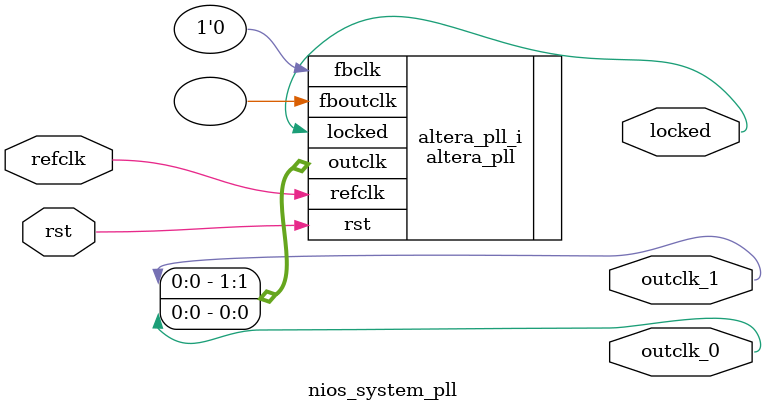
<source format=v>
`timescale 1ns/10ps
module  nios_system_pll(

	// interface 'refclk'
	input wire refclk,

	// interface 'reset'
	input wire rst,

	// interface 'outclk0'
	output wire outclk_0,

	// interface 'outclk1'
	output wire outclk_1,

	// interface 'locked'
	output wire locked
);

	altera_pll #(
		.fractional_vco_multiplier("false"),
		.reference_clock_frequency("50.0 MHz"),
		.operation_mode("normal"),
		.number_of_clocks(2),
		.output_clock_frequency0("143.000000 MHz"),
		.phase_shift0("0 ps"),
		.duty_cycle0(50),
		.output_clock_frequency1("143.000000 MHz"),
		.phase_shift1("-3758 ps"),
		.duty_cycle1(50),
		.output_clock_frequency2("0 MHz"),
		.phase_shift2("0 ps"),
		.duty_cycle2(50),
		.output_clock_frequency3("0 MHz"),
		.phase_shift3("0 ps"),
		.duty_cycle3(50),
		.output_clock_frequency4("0 MHz"),
		.phase_shift4("0 ps"),
		.duty_cycle4(50),
		.output_clock_frequency5("0 MHz"),
		.phase_shift5("0 ps"),
		.duty_cycle5(50),
		.output_clock_frequency6("0 MHz"),
		.phase_shift6("0 ps"),
		.duty_cycle6(50),
		.output_clock_frequency7("0 MHz"),
		.phase_shift7("0 ps"),
		.duty_cycle7(50),
		.output_clock_frequency8("0 MHz"),
		.phase_shift8("0 ps"),
		.duty_cycle8(50),
		.output_clock_frequency9("0 MHz"),
		.phase_shift9("0 ps"),
		.duty_cycle9(50),
		.output_clock_frequency10("0 MHz"),
		.phase_shift10("0 ps"),
		.duty_cycle10(50),
		.output_clock_frequency11("0 MHz"),
		.phase_shift11("0 ps"),
		.duty_cycle11(50),
		.output_clock_frequency12("0 MHz"),
		.phase_shift12("0 ps"),
		.duty_cycle12(50),
		.output_clock_frequency13("0 MHz"),
		.phase_shift13("0 ps"),
		.duty_cycle13(50),
		.output_clock_frequency14("0 MHz"),
		.phase_shift14("0 ps"),
		.duty_cycle14(50),
		.output_clock_frequency15("0 MHz"),
		.phase_shift15("0 ps"),
		.duty_cycle15(50),
		.output_clock_frequency16("0 MHz"),
		.phase_shift16("0 ps"),
		.duty_cycle16(50),
		.output_clock_frequency17("0 MHz"),
		.phase_shift17("0 ps"),
		.duty_cycle17(50),
		.pll_type("General"),
		.pll_subtype("General")
	) altera_pll_i (
		.rst	(rst),
		.outclk	({outclk_1, outclk_0}),
		.locked	(locked),
		.fboutclk	( ),
		.fbclk	(1'b0),
		.refclk	(refclk)
	);
endmodule


</source>
